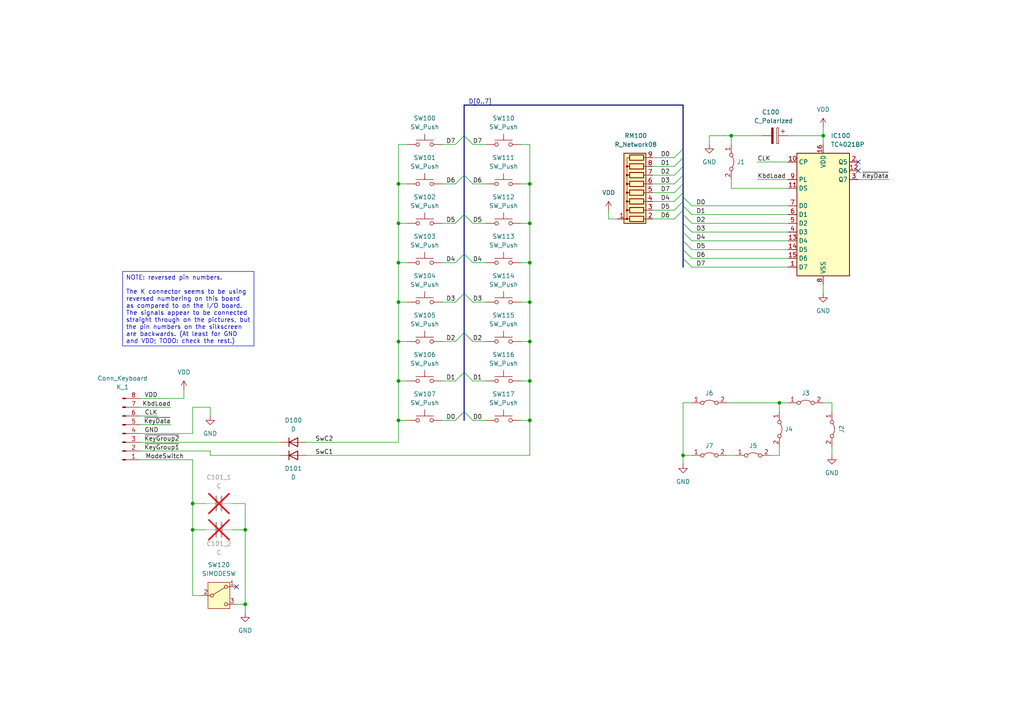
<source format=kicad_sch>
(kicad_sch (version 20231120) (generator "eeschema") (generator_version "8.0")
  (paper "A4")
  (lib_symbols
    (symbol "4xxx:4021"
      (property "Reference" "U" (at -5.08 19.05 0))
      (property "Value" "4021" (at 3.81 19.05 0))
      (symbol "4021_0_1"
        (rectangle (start -7.62 17.78) (end 7.62 -17.78) (stroke (width 0.254)) (fill (type background)))
      )
      (symbol "4021_1_1"
        (pin input line (at -10.16 -15.24 0) (length 2.54) (name "D7") (number "1"))
        (pin input line (at -10.16 15.24 0) (length 2.54) (name "CP") (number "10"))
        (pin input line (at -10.16 7.62 0) (length 2.54) (name "DS") (number "11"))
        (pin output line (at 10.16 12.7 180) (length 2.54) (name "Q6") (number "12"))
        (pin input line (at -10.16 -7.62 0) (length 2.54) (name "D4") (number "13"))
        (pin input line (at -10.16 -10.16 0) (length 2.54) (name "D5") (number "14"))
        (pin input line (at -10.16 -12.7 0) (length 2.54) (name "D6") (number "15"))
        (pin power_in line (at 0 20.32 270) (length 2.54) (name "VDD") (number "16"))
        (pin output line (at 10.16 15.24 180) (length 2.54) (name "Q5") (number "2"))
        (pin output line (at 10.16 10.16 180) (length 2.54) (name "Q7") (number "3"))
        (pin input line (at -10.16 -5.08 0) (length 2.54) (name "D3") (number "4"))
        (pin input line (at -10.16 -2.54 0) (length 2.54) (name "D2") (number "5"))
        (pin input line (at -10.16 0 0) (length 2.54) (name "D1") (number "6"))
        (pin input line (at -10.16 2.54 0) (length 2.54) (name "D0") (number "7"))
        (pin power_in line (at 0 -20.32 90) (length 2.54) (name "VSS") (number "8"))
        (pin input line (at -10.16 10.16 0) (length 2.54) (name "PL") (number "9"))
      )
    )
    (symbol "Device:C" (pin_numbers hide) (pin_names (offset 0.254))
      (property "Reference" "C" (at 0.635 2.54 0))
      (property "Value" "C" (at 0.635 -2.54 0))
      (symbol "C_0_1"
        (polyline (pts (xy -2.032 -0.762) (xy 2.032 -0.762)) (stroke (width 0.508)))
        (polyline (pts (xy -2.032 0.762) (xy 2.032 0.762)) (stroke (width 0.508)))
      )
      (symbol "C_1_1"
        (pin passive line (at 0 3.81 270) (length 2.794) (name "~") (number "1"))
        (pin passive line (at 0 -3.81 90) (length 2.794) (name "~") (number "2"))
      )
    )
    (symbol "Device:C_Polarized" (pin_numbers hide) (pin_names (offset 0.254))
      (property "Reference" "C" (at 0.635 2.54 0))
      (property "Value" "C_Polarized" (at 0.635 -2.54 0))
      (symbol "C_Polarized_0_1"
        (rectangle (start -2.286 0.508) (end 2.286 1.016))
        (polyline (pts (xy -1.778 2.286) (xy -0.762 2.286)))
        (polyline (pts (xy -1.27 2.794) (xy -1.27 1.778)))
        (rectangle (start 2.286 -0.508) (end -2.286 -1.016) (fill (type outline)))
      )
      (symbol "C_Polarized_1_1"
        (pin passive line (at 0 3.81 270) (length 2.794) (name "~") (number "1"))
        (pin passive line (at 0 -3.81 90) (length 2.794) (name "~") (number "2"))
      )
    )
    (symbol "Device:D" (pin_numbers hide) (pin_names (offset 1.016) hide)
      (property "Reference" "D" (at 0 2.54 0))
      (property "Value" "D" (at 0 -2.54 0))
      (symbol "D_0_1"
        (polyline (pts (xy -1.27 1.27) (xy -1.27 -1.27)) (stroke (width 0.254)))
        (polyline (pts (xy 1.27 0) (xy -1.27 0)))
        (polyline (pts (xy 1.27 1.27) (xy 1.27 -1.27) (xy -1.27 0) (xy 1.27 1.27)) (stroke (width 0.254)))
      )
      (symbol "D_1_1"
        (pin passive line (at -3.81 0 0) (length 2.54) (name "K") (number "1"))
        (pin passive line (at 3.81 0 180) (length 2.54) (name "A") (number "2"))
      )
    )
    (symbol "Device:R_Network08" (pin_names (offset 0) hide)
      (property "Reference" "RN" (at -12.7 0 90))
      (property "Value" "R_Network08" (at 10.16 0 90))
      (symbol "R_Network08_0_1"
        (rectangle (start -11.43 -3.175) (end 8.89 3.175) (stroke (width 0.254)) (fill (type background)))
        (rectangle (start -10.922 1.524) (end -9.398 -2.54) (stroke (width 0.254)))
        (circle (center -10.16 2.286) (radius 0.254) (fill (type outline)))
        (rectangle (start -8.382 1.524) (end -6.858 -2.54) (stroke (width 0.254)))
        (circle (center -7.62 2.286) (radius 0.254) (fill (type outline)))
        (rectangle (start -5.842 1.524) (end -4.318 -2.54) (stroke (width 0.254)))
        (circle (center -5.08 2.286) (radius 0.254) (fill (type outline)))
        (rectangle (start -3.302 1.524) (end -1.778 -2.54) (stroke (width 0.254)))
        (circle (center -2.54 2.286) (radius 0.254) (fill (type outline)))
        (rectangle (start -0.762 1.524) (end 0.762 -2.54) (stroke (width 0.254)))
        (polyline (pts (xy -10.16 -2.54) (xy -10.16 -3.81)))
        (polyline (pts (xy -7.62 -2.54) (xy -7.62 -3.81)))
        (polyline (pts (xy -5.08 -2.54) (xy -5.08 -3.81)))
        (polyline (pts (xy -2.54 -2.54) (xy -2.54 -3.81)))
        (polyline (pts (xy 0 -2.54) (xy 0 -3.81)))
        (polyline (pts (xy 2.54 -2.54) (xy 2.54 -3.81)))
        (polyline (pts (xy 5.08 -2.54) (xy 5.08 -3.81)))
        (polyline (pts (xy 7.62 -2.54) (xy 7.62 -3.81)))
        (polyline (pts (xy -10.16 1.524) (xy -10.16 2.286) (xy -7.62 2.286) (xy -7.62 1.524)))
        (polyline (pts (xy -7.62 1.524) (xy -7.62 2.286) (xy -5.08 2.286) (xy -5.08 1.524)))
        (polyline (pts (xy -5.08 1.524) (xy -5.08 2.286) (xy -2.54 2.286) (xy -2.54 1.524)))
        (polyline (pts (xy -2.54 1.524) (xy -2.54 2.286) (xy 0 2.286) (xy 0 1.524)))
        (polyline (pts (xy 0 1.524) (xy 0 2.286) (xy 2.54 2.286) (xy 2.54 1.524)))
        (polyline (pts (xy 2.54 1.524) (xy 2.54 2.286) (xy 5.08 2.286) (xy 5.08 1.524)))
        (polyline (pts (xy 5.08 1.524) (xy 5.08 2.286) (xy 7.62 2.286) (xy 7.62 1.524)))
        (circle (center 0 2.286) (radius 0.254) (fill (type outline)))
        (rectangle (start 1.778 1.524) (end 3.302 -2.54) (stroke (width 0.254)))
        (circle (center 2.54 2.286) (radius 0.254) (fill (type outline)))
        (rectangle (start 4.318 1.524) (end 5.842 -2.54) (stroke (width 0.254)))
        (circle (center 5.08 2.286) (radius 0.254) (fill (type outline)))
        (rectangle (start 6.858 1.524) (end 8.382 -2.54) (stroke (width 0.254)))
      )
      (symbol "R_Network08_1_1"
        (pin passive line (at -10.16 5.08 270) (length 2.54) (name "common") (number "1"))
        (pin passive line (at -10.16 -5.08 90) (length 1.27) (name "R1") (number "2"))
        (pin passive line (at -7.62 -5.08 90) (length 1.27) (name "R2") (number "3"))
        (pin passive line (at -5.08 -5.08 90) (length 1.27) (name "R3") (number "4"))
        (pin passive line (at -2.54 -5.08 90) (length 1.27) (name "R4") (number "5"))
        (pin passive line (at 0 -5.08 90) (length 1.27) (name "R5") (number "6"))
        (pin passive line (at 2.54 -5.08 90) (length 1.27) (name "R6") (number "7"))
        (pin passive line (at 5.08 -5.08 90) (length 1.27) (name "R7") (number "8"))
        (pin passive line (at 7.62 -5.08 90) (length 1.27) (name "R8") (number "9"))
      )
    )
    (symbol "Jumper:Jumper_2_Bridged" (pin_names (offset 0) hide)
      (property "Reference" "JP" (at 0 1.905 0))
      (property "Value" "Jumper_2_Bridged" (at 0 -2.54 0))
      (symbol "Jumper_2_Bridged_0_0"
        (circle (center -2.032 0) (radius 0.508))
        (circle (center 2.032 0) (radius 0.508))
      )
      (symbol "Jumper_2_Bridged_0_1"
        (arc (start 1.524 0.254) (mid 0 0.762) (end -1.524 0.254))
      )
      (symbol "Jumper_2_Bridged_1_1"
        (pin passive line (at -5.08 0 0) (length 2.54) (name "A") (number "1"))
        (pin passive line (at 5.08 0 180) (length 2.54) (name "B") (number "2"))
      )
    )
    (symbol "Switch:SW_Push" (pin_numbers hide) (pin_names (offset 1.016) hide)
      (property "Reference" "SW" (at 1.27 2.54 0))
      (property "Value" "SW_Push" (at 0 -1.524 0))
      (symbol "SW_Push_0_1"
        (circle (center -2.032 0) (radius 0.508))
        (polyline (pts (xy 0 1.27) (xy 0 3.048)))
        (polyline (pts (xy 2.54 1.27) (xy -2.54 1.27)))
        (circle (center 2.032 0) (radius 0.508))
        (pin passive line (at -5.08 0 0) (length 2.54) (name "1") (number "1"))
        (pin passive line (at 5.08 0 180) (length 2.54) (name "2") (number "2"))
      )
    )
    (symbol "Switch:SW_SPDT" (pin_names (offset 0) hide)
      (property "Reference" "SW" (at 0 5.08 0))
      (property "Value" "SW_SPDT" (at 0 -5.08 0))
      (symbol "SW_SPDT_0_1"
        (circle (center -2.032 0) (radius 0.4572))
        (polyline (pts (xy -1.651 0.254) (xy 1.651 2.286)))
        (circle (center 2.032 -2.54) (radius 0.4572))
        (circle (center 2.032 2.54) (radius 0.4572))
      )
      (symbol "SW_SPDT_1_1"
        (rectangle (start -3.175 3.81) (end 3.175 -3.81) (fill (type background)))
        (pin passive line (at 5.08 2.54 180) (length 2.54) (name "A") (number "1"))
        (pin passive line (at -5.08 0 0) (length 2.54) (name "B") (number "2"))
        (pin passive line (at 5.08 -2.54 180) (length 2.54) (name "C") (number "3"))
      )
    )
    (symbol "power:GND" (power) (pin_numbers hide) (pin_names (offset 0) hide)
      (property "Value" "GND" (at 0 -3.81 0))
      (symbol "GND_0_1"
        (polyline (pts (xy 0 0) (xy 0 -1.27) (xy 1.27 -1.27) (xy 0 -2.54) (xy -1.27 -1.27) (xy 0 -1.27)))
      )
      (symbol "GND_1_1"
        (pin power_in line (at 0 0 270) (length 0) (name "~") (number "1"))
      )
    )
    (symbol "power:VDD" (power) (pin_numbers hide) (pin_names (offset 0) hide)
      (property "Value" "VDD" (at 0 3.556 0))
      (symbol "VDD_0_1"
        (polyline (pts (xy -0.762 1.27) (xy 0 2.54)))
        (polyline (pts (xy 0 0) (xy 0 2.54)))
        (polyline (pts (xy 0 2.54) (xy 0.762 1.27)))
      )
      (symbol "VDD_1_1"
        (pin power_in line (at 0 0 90) (length 0) (name "~") (number "1"))
      )
    )
    (symbol "project-lib:Conn_Keyboard" (pin_names (offset 1.016) hide)
      (property "Reference" "K_1" (at 0 -13.462 0))
      (property "Value" "Conn_Keyboard" (at 0 -16.002 0))
      (symbol "Conn_Keyboard_1_1"
        (polyline (pts (xy 1.27 -10.16) (xy 0.8636 -10.16)) (stroke (width 0.1524)))
        (polyline (pts (xy 1.27 -7.62) (xy 0.8636 -7.62)) (stroke (width 0.1524)))
        (polyline (pts (xy 1.27 -5.08) (xy 0.8636 -5.08)) (stroke (width 0.1524)))
        (polyline (pts (xy 1.27 -2.54) (xy 0.8636 -2.54)) (stroke (width 0.1524)))
        (polyline (pts (xy 1.27 0) (xy 0.8636 0)) (stroke (width 0.1524)))
        (polyline (pts (xy 1.27 2.54) (xy 0.8636 2.54)) (stroke (width 0.1524)))
        (polyline (pts (xy 1.27 5.08) (xy 0.8636 5.08)) (stroke (width 0.1524)))
        (polyline (pts (xy 1.27 7.62) (xy 0.8636 7.62)) (stroke (width 0.1524)))
        (rectangle (start 0.8636 -10.033) (end 0 -10.287) (stroke (width 0.1524)) (fill (type outline)))
        (rectangle (start 0.8636 -7.493) (end 0 -7.747) (stroke (width 0.1524)) (fill (type outline)))
        (rectangle (start 0.8636 -4.953) (end 0 -5.207) (stroke (width 0.1524)) (fill (type outline)))
        (rectangle (start 0.8636 -2.413) (end 0 -2.667) (stroke (width 0.1524)) (fill (type outline)))
        (rectangle (start 0.8636 0.127) (end 0 -0.127) (stroke (width 0.1524)) (fill (type outline)))
        (rectangle (start 0.8636 2.667) (end 0 2.413) (stroke (width 0.1524)) (fill (type outline)))
        (rectangle (start 0.8636 5.207) (end 0 4.953) (stroke (width 0.1524)) (fill (type outline)))
        (rectangle (start 0.8636 7.747) (end 0 7.493) (stroke (width 0.1524)) (fill (type outline)))
        (pin open_collector line (at 5.08 7.62 180) (length 3.81) (name "ModeSwitch") (number "1"))
        (pin output line (at 5.08 5.08 180) (length 3.81) (name "~{KeyGroup1}") (number "2"))
        (pin output line (at 5.08 2.54 180) (length 3.81) (name "~{KeyGroup2}") (number "3"))
        (pin power_out line (at 5.08 0 180) (length 3.81) (name "GND") (number "4"))
        (pin input line (at 5.08 -2.54 180) (length 3.81) (name "~{KeyData}") (number "5"))
        (pin output line (at 5.08 -5.08 180) (length 3.81) (name "CLK") (number "6"))
        (pin output line (at 5.08 -7.62 180) (length 3.81) (name "KbdLoad") (number "7"))
        (pin power_out line (at 5.08 -10.16 180) (length 3.81) (name "VDD") (number "8"))
      )
    )
  )
  (junction (at 198.12 132.08))
  (junction (at 153.67 76.2))
  (junction (at 115.57 64.77))
  (junction (at 55.88 146.05))
  (junction (at 115.57 121.92))
  (junction (at 115.57 99.06))
  (junction (at 115.57 76.2))
  (junction (at 153.67 110.49))
  (junction (at 115.57 110.49))
  (junction (at 71.12 175.26))
  (junction (at 226.06 116.84))
  (junction (at 71.12 153.67))
  (junction (at 115.57 53.34))
  (junction (at 153.67 53.34))
  (junction (at 238.76 39.37))
  (junction (at 212.09 39.37))
  (junction (at 153.67 121.92))
  (junction (at 115.57 87.63))
  (junction (at 153.67 64.77))
  (junction (at 55.88 153.67))
  (junction (at 153.67 87.63))
  (junction (at 153.67 99.06))
  (no_connect (at 68.58 170.18))
  (no_connect (at 248.92 49.53))
  (no_connect (at 248.92 46.99))
  (bus_entry (at 137.16 87.63) (size -2.54 -2.54))
  (bus_entry (at 137.16 53.34) (size -2.54 -2.54))
  (bus_entry (at 137.16 41.91) (size -2.54 -2.54))
  (bus_entry (at 198.12 53.34) (size -2.54 2.54))
  (bus_entry (at 198.12 45.72) (size -2.54 2.54))
  (bus_entry (at 198.12 43.18) (size -2.54 2.54))
  (bus_entry (at 134.62 119.38) (size 2.54 2.54))
  (bus_entry (at 198.12 50.8) (size -2.54 2.54))
  (bus_entry (at 198.12 48.26) (size -2.54 2.54))
  (bus_entry (at 137.16 76.2) (size -2.54 -2.54))
  (bus_entry (at 198.12 64.77) (size 2.54 2.54))
  (bus_entry (at 198.12 69.85) (size 2.54 2.54))
  (bus_entry (at 198.12 67.31) (size 2.54 2.54))
  (bus_entry (at 132.08 41.91) (size 2.54 -2.54))
  (bus_entry (at 137.16 99.06) (size -2.54 -2.54))
  (bus_entry (at 132.08 76.2) (size 2.54 -2.54))
  (bus_entry (at 198.12 55.88) (size -2.54 2.54))
  (bus_entry (at 132.08 87.63) (size 2.54 -2.54))
  (bus_entry (at 132.08 99.06) (size 2.54 -2.54))
  (bus_entry (at 132.08 110.49) (size 2.54 -2.54))
  (bus_entry (at 198.12 58.42) (size -2.54 2.54))
  (bus_entry (at 198.12 62.23) (size 2.54 2.54))
  (bus_entry (at 132.08 53.34) (size 2.54 -2.54))
  (bus_entry (at 134.62 107.95) (size 2.54 2.54))
  (bus_entry (at 198.12 74.93) (size 2.54 2.54))
  (bus_entry (at 198.12 57.15) (size 2.54 2.54))
  (bus_entry (at 132.08 121.92) (size 2.54 -2.54))
  (bus_entry (at 132.08 64.77) (size 2.54 -2.54))
  (bus_entry (at 198.12 60.96) (size -2.54 2.54))
  (bus_entry (at 198.12 72.39) (size 2.54 2.54))
  (bus_entry (at 137.16 64.77) (size -2.54 -2.54))
  (bus_entry (at 198.12 59.69) (size 2.54 2.54))
  (wire (pts (xy 153.67 53.34) (xy 153.67 64.77)))
  (wire (pts (xy 205.74 39.37) (xy 212.09 39.37)))
  (bus (pts (xy 198.12 59.69) (xy 198.12 60.96)))
  (wire (pts (xy 153.67 121.92) (xy 151.13 121.92)))
  (wire (pts (xy 210.82 132.08) (xy 213.36 132.08)))
  (wire (pts (xy 189.23 58.42) (xy 195.58 58.42)))
  (wire (pts (xy 128.27 53.34) (xy 132.08 53.34)))
  (bus (pts (xy 198.12 72.39) (xy 198.12 74.93)))
  (wire (pts (xy 137.16 87.63) (xy 140.97 87.63)))
  (wire (pts (xy 153.67 87.63) (xy 153.67 99.06)))
  (wire (pts (xy 205.74 41.91) (xy 205.74 39.37)))
  (wire (pts (xy 151.13 64.77) (xy 153.67 64.77)))
  (wire (pts (xy 151.13 76.2) (xy 153.67 76.2)))
  (wire (pts (xy 115.57 53.34) (xy 118.11 53.34)))
  (wire (pts (xy 67.31 146.05) (xy 71.12 146.05)))
  (wire (pts (xy 71.12 146.05) (xy 71.12 153.67)))
  (bus (pts (xy 134.62 30.48) (xy 198.12 30.48)))
  (bus (pts (xy 134.62 62.23) (xy 134.62 50.8)))
  (wire (pts (xy 189.23 55.88) (xy 195.58 55.88)))
  (wire (pts (xy 115.57 87.63) (xy 115.57 99.06)))
  (bus (pts (xy 198.12 60.96) (xy 198.12 62.23)))
  (wire (pts (xy 40.64 115.57) (xy 53.34 115.57)))
  (wire (pts (xy 115.57 64.77) (xy 115.57 76.2)))
  (wire (pts (xy 238.76 82.55) (xy 238.76 85.09)))
  (wire (pts (xy 200.66 62.23) (xy 228.6 62.23)))
  (wire (pts (xy 55.88 146.05) (xy 59.69 146.05)))
  (wire (pts (xy 118.11 87.63) (xy 115.57 87.63)))
  (wire (pts (xy 219.71 52.07) (xy 228.6 52.07)))
  (wire (pts (xy 40.64 123.19) (xy 49.53 123.19)))
  (wire (pts (xy 115.57 99.06) (xy 115.57 110.49)))
  (wire (pts (xy 137.16 53.34) (xy 140.97 53.34)))
  (bus (pts (xy 134.62 121.92) (xy 134.62 119.38)))
  (wire (pts (xy 128.27 64.77) (xy 132.08 64.77)))
  (wire (pts (xy 153.67 110.49) (xy 153.67 121.92)))
  (wire (pts (xy 40.64 125.73) (xy 55.88 125.73)))
  (bus (pts (xy 198.12 50.8) (xy 198.12 53.34)))
  (wire (pts (xy 151.13 110.49) (xy 153.67 110.49)))
  (wire (pts (xy 198.12 116.84) (xy 198.12 132.08)))
  (wire (pts (xy 128.27 76.2) (xy 132.08 76.2)))
  (wire (pts (xy 40.64 133.35) (xy 55.88 133.35)))
  (bus (pts (xy 134.62 73.66) (xy 134.62 62.23)))
  (wire (pts (xy 55.88 153.67) (xy 55.88 172.72)))
  (wire (pts (xy 238.76 36.83) (xy 238.76 39.37)))
  (wire (pts (xy 55.88 133.35) (xy 55.88 146.05)))
  (wire (pts (xy 241.3 132.08) (xy 241.3 129.54)))
  (wire (pts (xy 115.57 53.34) (xy 115.57 64.77)))
  (wire (pts (xy 115.57 110.49) (xy 115.57 121.92)))
  (wire (pts (xy 200.66 72.39) (xy 228.6 72.39)))
  (wire (pts (xy 151.13 53.34) (xy 153.67 53.34)))
  (wire (pts (xy 226.06 116.84) (xy 228.6 116.84)))
  (wire (pts (xy 115.57 99.06) (xy 118.11 99.06)))
  (bus (pts (xy 198.12 67.31) (xy 198.12 69.85)))
  (bus (pts (xy 198.12 62.23) (xy 198.12 64.77)))
  (wire (pts (xy 128.27 87.63) (xy 132.08 87.63)))
  (wire (pts (xy 241.3 116.84) (xy 241.3 119.38)))
  (wire (pts (xy 88.9 132.08) (xy 153.67 132.08)))
  (bus (pts (xy 134.62 50.8) (xy 134.62 39.37)))
  (wire (pts (xy 55.88 172.72) (xy 58.42 172.72)))
  (wire (pts (xy 115.57 121.92) (xy 118.11 121.92)))
  (wire (pts (xy 151.13 87.63) (xy 153.67 87.63)))
  (wire (pts (xy 153.67 121.92) (xy 153.67 132.08)))
  (wire (pts (xy 128.27 110.49) (xy 132.08 110.49)))
  (bus (pts (xy 198.12 30.48) (xy 198.12 43.18)))
  (wire (pts (xy 189.23 48.26) (xy 195.58 48.26)))
  (wire (pts (xy 238.76 116.84) (xy 241.3 116.84)))
  (wire (pts (xy 67.31 153.67) (xy 71.12 153.67)))
  (wire (pts (xy 226.06 116.84) (xy 226.06 119.38)))
  (wire (pts (xy 200.66 69.85) (xy 228.6 69.85)))
  (wire (pts (xy 128.27 41.91) (xy 132.08 41.91)))
  (wire (pts (xy 128.27 99.06) (xy 132.08 99.06)))
  (wire (pts (xy 212.09 39.37) (xy 220.98 39.37)))
  (wire (pts (xy 200.66 74.93) (xy 228.6 74.93)))
  (wire (pts (xy 55.88 146.05) (xy 55.88 153.67)))
  (wire (pts (xy 115.57 110.49) (xy 118.11 110.49)))
  (wire (pts (xy 55.88 118.11) (xy 55.88 125.73)))
  (wire (pts (xy 115.57 76.2) (xy 118.11 76.2)))
  (bus (pts (xy 134.62 107.95) (xy 134.62 96.52)))
  (wire (pts (xy 115.57 64.77) (xy 118.11 64.77)))
  (wire (pts (xy 189.23 45.72) (xy 195.58 45.72)))
  (wire (pts (xy 55.88 153.67) (xy 59.69 153.67)))
  (wire (pts (xy 151.13 99.06) (xy 153.67 99.06)))
  (wire (pts (xy 153.67 99.06) (xy 153.67 110.49)))
  (wire (pts (xy 200.66 64.77) (xy 228.6 64.77)))
  (wire (pts (xy 71.12 153.67) (xy 71.12 175.26)))
  (wire (pts (xy 219.71 46.99) (xy 228.6 46.99)))
  (wire (pts (xy 189.23 50.8) (xy 195.58 50.8)))
  (bus (pts (xy 198.12 57.15) (xy 198.12 58.42)))
  (wire (pts (xy 53.34 113.03) (xy 53.34 115.57)))
  (bus (pts (xy 198.12 43.18) (xy 198.12 45.72)))
  (bus (pts (xy 198.12 55.88) (xy 198.12 57.15)))
  (wire (pts (xy 176.53 63.5) (xy 176.53 60.96)))
  (wire (pts (xy 153.67 76.2) (xy 153.67 87.63)))
  (bus (pts (xy 134.62 96.52) (xy 134.62 85.09)))
  (bus (pts (xy 134.62 39.37) (xy 134.62 30.48)))
  (wire (pts (xy 212.09 52.07) (xy 212.09 54.61)))
  (wire (pts (xy 40.64 128.27) (xy 81.28 128.27)))
  (bus (pts (xy 134.62 85.09) (xy 134.62 73.66)))
  (wire (pts (xy 88.9 128.27) (xy 115.57 128.27)))
  (wire (pts (xy 248.92 52.07) (xy 257.81 52.07)))
  (wire (pts (xy 115.57 121.92) (xy 115.57 128.27)))
  (bus (pts (xy 198.12 53.34) (xy 198.12 55.88)))
  (wire (pts (xy 60.96 130.81) (xy 60.96 132.08)))
  (wire (pts (xy 60.96 118.11) (xy 60.96 120.65)))
  (bus (pts (xy 198.12 74.93) (xy 198.12 77.47)))
  (wire (pts (xy 40.64 130.81) (xy 60.96 130.81)))
  (wire (pts (xy 137.16 41.91) (xy 140.97 41.91)))
  (bus (pts (xy 198.12 58.42) (xy 198.12 59.69)))
  (wire (pts (xy 179.07 63.5) (xy 176.53 63.5)))
  (wire (pts (xy 115.57 41.91) (xy 115.57 53.34)))
  (wire (pts (xy 137.16 64.77) (xy 140.97 64.77)))
  (wire (pts (xy 151.13 41.91) (xy 153.67 41.91)))
  (wire (pts (xy 128.27 121.92) (xy 132.08 121.92)))
  (wire (pts (xy 212.09 54.61) (xy 228.6 54.61)))
  (bus (pts (xy 198.12 48.26) (xy 198.12 50.8)))
  (wire (pts (xy 153.67 64.77) (xy 153.67 76.2)))
  (bus (pts (xy 198.12 64.77) (xy 198.12 67.31)))
  (wire (pts (xy 189.23 53.34) (xy 195.58 53.34)))
  (wire (pts (xy 200.66 77.47) (xy 228.6 77.47)))
  (wire (pts (xy 137.16 110.49) (xy 140.97 110.49)))
  (wire (pts (xy 189.23 63.5) (xy 195.58 63.5)))
  (wire (pts (xy 226.06 132.08) (xy 223.52 132.08)))
  (wire (pts (xy 200.66 116.84) (xy 198.12 116.84)))
  (bus (pts (xy 198.12 45.72) (xy 198.12 48.26)))
  (wire (pts (xy 198.12 132.08) (xy 198.12 134.62)))
  (bus (pts (xy 198.12 69.85) (xy 198.12 72.39)))
  (wire (pts (xy 238.76 39.37) (xy 238.76 41.91)))
  (wire (pts (xy 118.11 41.91) (xy 115.57 41.91)))
  (wire (pts (xy 71.12 175.26) (xy 68.58 175.26)))
  (wire (pts (xy 40.64 120.65) (xy 45.72 120.65)))
  (wire (pts (xy 137.16 76.2) (xy 140.97 76.2)))
  (wire (pts (xy 137.16 99.06) (xy 140.97 99.06)))
  (wire (pts (xy 226.06 129.54) (xy 226.06 132.08)))
  (wire (pts (xy 189.23 60.96) (xy 195.58 60.96)))
  (wire (pts (xy 40.64 118.11) (xy 49.53 118.11)))
  (wire (pts (xy 71.12 175.26) (xy 71.12 177.8)))
  (wire (pts (xy 212.09 39.37) (xy 212.09 41.91)))
  (wire (pts (xy 153.67 41.91) (xy 153.67 53.34)))
  (wire (pts (xy 60.96 118.11) (xy 55.88 118.11)))
  (wire (pts (xy 200.66 67.31) (xy 228.6 67.31)))
  (wire (pts (xy 198.12 132.08) (xy 200.66 132.08)))
  (wire (pts (xy 210.82 116.84) (xy 226.06 116.84)))
  (wire (pts (xy 200.66 59.69) (xy 228.6 59.69)))
  (wire (pts (xy 228.6 39.37) (xy 238.76 39.37)))
  (bus (pts (xy 134.62 119.38) (xy 134.62 107.95)))
  (wire (pts (xy 137.16 121.92) (xy 140.97 121.92)))
  (wire (pts (xy 115.57 76.2) (xy 115.57 87.63)))
  (wire (pts (xy 60.96 132.08) (xy 81.28 132.08)))
  (text_box "NOTE: reversed pin numbers.\n\nThe K connector seems to be using reversed numbering on this board as compared to on the I/O board.\nThe signals appear to be connected straight through on the pictures, but the pin numbers on the silkscreen are backwards. (At least for GND and VDD; TODO: check the rest.)" (at 35.56 78.74 0) (size 38.1 21.59) (effects (font (size 1.27 1.27)) (justify left top)))
  (label "CLK" (at 45.72 120.65 180))
  (label "D0" (at 194.31 45.72 180))
  (label "SwC1" (at 91.44 132.08 0))
  (label "D6" (at 137.16 53.34 0))
  (label "D2" (at 137.16 99.06 0))
  (label "KbdLoad" (at 49.53 118.11 180))
  (label "ModeSwitch" (at 53.34 133.35 180))
  (label "CLK" (at 219.71 46.99 0))
  (label "D5" (at 194.31 60.96 180))
  (label "D1" (at 137.16 110.49 0))
  (label "D4" (at 132.08 76.2 180))
  (label "KbdLoad" (at 219.71 52.07 0))
  (label "D4" (at 194.31 58.42 180))
  (label "D6" (at 194.31 63.5 180))
  (label "D4" (at 201.93 69.85 0))
  (label "D3" (at 132.08 87.63 180))
  (label "~{KeyGroup1}" (at 52.07 130.81 180))
  (label "D6" (at 132.08 53.34 180))
  (label "D0" (at 201.93 59.69 0))
  (label "D6" (at 201.93 74.93 0))
  (label "~{KeyData}" (at 257.81 52.07 180))
  (label "VDD" (at 45.72 115.57 180))
  (label "~{KeyGroup2}" (at 52.07 128.27 180))
  (label "~{KeyData}" (at 49.53 123.19 180))
  (label "D2" (at 132.08 99.06 180))
  (label "D3" (at 194.31 53.34 180))
  (label "D3" (at 137.16 87.63 0))
  (label "D3" (at 201.93 67.31 0))
  (label "D4" (at 137.16 76.2 0))
  (label "D5" (at 132.08 64.77 180))
  (label "D5" (at 137.16 64.77 0))
  (label "D7" (at 137.16 41.91 0))
  (label "D[0..7]" (at 135.89 30.48 0))
  (label "D7" (at 194.31 55.88 180))
  (label "D7" (at 132.08 41.91 180))
  (label "D0" (at 132.08 121.92 180))
  (label "D2" (at 201.93 64.77 0))
  (label "GND" (at 41.91 125.73 0))
  (label "D7" (at 201.93 77.47 0))
  (label "D0" (at 137.16 121.92 0))
  (label "D1" (at 132.08 110.49 180))
  (label "D2" (at 194.31 50.8 180))
  (label "D1" (at 201.93 62.23 0))
  (label "D5" (at 201.93 72.39 0))
  (label "D1" (at 194.31 48.26 180))
  (label "SwC2" (at 91.44 128.27 0))
  (symbol (lib_id "power:GND") (at 198.12 134.62 0) (unit 1)
    (property "Reference" "#PWR05" (effects (hide yes)))
    (property "Value" "GND" (at 198.12 139.7 0))
    (property "Description" "Power symbol creates a global label with name \"GND\" , ground" (effects (hide yes)))
  )
  (symbol (lib_id "Switch:SW_Push") (at 146.05 76.2 0) (unit 1)
    (property "Reference" "SW113" (at 146.05 68.58 0))
    (property "Value" "SW_Push" (at 146.05 71.12 0))
    (property "Description" "Push button switch, generic, two pins" (effects (hide yes)))
  )
  (symbol (lib_id "Device:D") (at 85.09 132.08 0) (unit 1)
    (property "Reference" "D101" (at 85.09 135.89 0))
    (property "Value" "D" (at 85.09 138.43 0))
    (property "Description" "Diode" (effects (hide yes)))
    (property "Sim.Device" "D" (effects (hide yes)))
    (property "Sim.Pins" "1=K 2=A" (effects (hide yes)))
  )
  (symbol (lib_id "power:GND") (at 241.3 132.08 0) (unit 1)
    (property "Reference" "#PWR09" (effects (hide yes)))
    (property "Value" "GND" (at 241.3 137.16 0))
    (property "Description" "Power symbol creates a global label with name \"GND\" , ground" (effects (hide yes)))
  )
  (symbol (lib_id "power:GND") (at 205.74 41.91 0) (unit 1)
    (property "Reference" "#PWR06" (effects (hide yes)))
    (property "Value" "GND" (at 205.74 46.99 0))
    (property "Description" "Power symbol creates a global label with name \"GND\" , ground" (effects (hide yes)))
  )
  (symbol (lib_id "Switch:SW_SPDT") (at 63.5 172.72 0) (unit 1)
    (property "Reference" "SW120" (at 63.5 163.83 0))
    (property "Value" "SIMODESW" (at 63.5 166.37 0))
    (property "Description" "Switch, single pole double throw" (effects (hide yes)))
  )
  (symbol (lib_id "4xxx:4021") (at 238.76 62.23 0) (unit 1)
    (property "Reference" "IC100" (at 240.9541 39.37 0) (effects (justify left)))
    (property "Value" "TC4021BP" (at 240.9541 41.91 0) (effects (justify left)))
    (property "Datasheet" "https://assets.nexperia.com/documents/data-sheet/HEF4021B.pdf" (effects (hide yes)))
    (property "Description" "8-bit static shift register" (effects (hide yes)))
  )
  (symbol (lib_id "project-lib:Conn_Keyboard") (at 35.56 125.73 0) (mirror x) (unit 1)
    (property "Reference" "K_1" (at 35.56 112.268 0))
    (property "Value" "Conn_Keyboard" (at 35.56 109.728 0))
    (property "Description" "Generic connector, single row, 01x08, script generated" (effects (hide yes)))
  )
  (symbol (lib_id "power:VDD") (at 53.34 113.03 0) (unit 1)
    (property "Reference" "#PWR01" (effects (hide yes)))
    (property "Value" "VDD" (at 53.34 107.95 0))
    (property "Description" "Power symbol creates a global label with name \"VDD\"" (effects (hide yes)))
  )
  (symbol (lib_id "Jumper:Jumper_2_Bridged") (at 241.3 124.46 270) (unit 1)
    (property "Reference" "J2" (at 244.094 124.46 0))
    (property "Value" "Jumper_2_Bridged" (effects (hide yes)))
    (property "Description" "Jumper, 2-pole, closed/bridged" (effects (hide yes)))
  )
  (symbol (lib_id "power:GND") (at 238.76 85.09 0) (unit 1)
    (property "Reference" "#PWR08" (effects (hide yes)))
    (property "Value" "GND" (at 238.76 90.17 0))
    (property "Description" "Power symbol creates a global label with name \"GND\" , ground" (effects (hide yes)))
  )
  (symbol (lib_id "Switch:SW_Push") (at 123.19 99.06 0) (unit 1)
    (property "Reference" "SW105" (at 123.19 91.44 0))
    (property "Value" "SW_Push" (at 123.19 93.98 0))
    (property "Description" "Push button switch, generic, two pins" (effects (hide yes)))
  )
  (symbol (lib_id "Switch:SW_Push") (at 123.19 64.77 0) (unit 1)
    (property "Reference" "SW102" (at 123.19 57.15 0))
    (property "Value" "SW_Push" (at 123.19 59.69 0))
    (property "Description" "Push button switch, generic, two pins" (effects (hide yes)))
  )
  (symbol (lib_id "Switch:SW_Push") (at 123.19 110.49 0) (unit 1)
    (property "Reference" "SW106" (at 123.19 102.87 0))
    (property "Value" "SW_Push" (at 123.19 105.41 0))
    (property "Description" "Push button switch, generic, two pins" (effects (hide yes)))
  )
  (symbol (lib_id "Device:R_Network08") (at 184.15 53.34 90) (unit 1)
    (property "Reference" "RM100" (at 184.404 39.37 90))
    (property "Value" "R_Network08" (at 184.404 41.91 90))
    (property "Footprint" "Resistor_THT:R_Array_SIP9" (effects (hide yes)))
    (property "Datasheet" "http://www.vishay.com/docs/31509/csc.pdf" (effects (hide yes)))
    (property "Description" "8 resistor network, star topology, bussed resistors, small symbol" (effects (hide yes)))
  )
  (symbol (lib_id "Jumper:Jumper_2_Bridged") (at 205.74 116.84 0) (unit 1)
    (property "Reference" "J6" (at 205.74 114.046 0))
    (property "Value" "Jumper_2_Bridged" (effects (hide yes)))
    (property "Description" "Jumper, 2-pole, closed/bridged" (effects (hide yes)))
  )
  (symbol (lib_id "Switch:SW_Push") (at 146.05 121.92 0) (unit 1)
    (property "Reference" "SW117" (at 146.05 114.3 0))
    (property "Value" "SW_Push" (at 146.05 116.84 0))
    (property "Description" "Push button switch, generic, two pins" (effects (hide yes)))
  )
  (symbol (lib_id "power:VDD") (at 176.53 60.96 0) (unit 1)
    (property "Reference" "#PWR04" (effects (hide yes)))
    (property "Value" "VDD" (at 176.53 55.88 0))
    (property "Description" "Power symbol creates a global label with name \"VDD\"" (effects (hide yes)))
  )
  (symbol (lib_id "Jumper:Jumper_2_Bridged") (at 233.68 116.84 0) (unit 1)
    (property "Reference" "J3" (at 233.68 114.046 0))
    (property "Value" "Jumper_2_Bridged" (effects (hide yes)))
    (property "Description" "Jumper, 2-pole, closed/bridged" (effects (hide yes)))
  )
  (symbol (lib_id "power:GND") (at 60.96 120.65 0) (unit 1)
    (property "Reference" "#PWR02" (effects (hide yes)))
    (property "Value" "GND" (at 60.96 125.73 0))
    (property "Description" "Power symbol creates a global label with name \"GND\" , ground" (effects (hide yes)))
  )
  (symbol (lib_id "Switch:SW_Push") (at 146.05 110.49 0) (unit 1)
    (property "Reference" "SW116" (at 146.05 102.87 0))
    (property "Value" "SW_Push" (at 146.05 105.41 0))
    (property "Description" "Push button switch, generic, two pins" (effects (hide yes)))
  )
  (symbol (lib_id "Device:D") (at 85.09 128.27 0) (unit 1)
    (property "Reference" "D100" (at 85.09 121.92 0))
    (property "Value" "D" (at 85.09 124.46 0))
    (property "Description" "Diode" (effects (hide yes)))
    (property "Sim.Device" "D" (effects (hide yes)))
    (property "Sim.Pins" "1=K 2=A" (effects (hide yes)))
  )
  (symbol (lib_id "Jumper:Jumper_2_Bridged") (at 226.06 124.46 270) (unit 1)
    (property "Reference" "J4" (at 227.584 124.46 90) (effects (justify left)))
    (property "Value" "Jumper_2_Bridged" (effects (hide yes)))
    (property "Description" "Jumper, 2-pole, closed/bridged" (effects (hide yes)))
  )
  (symbol (lib_id "Switch:SW_Push") (at 146.05 53.34 0) (unit 1)
    (property "Reference" "SW111" (at 146.05 45.72 0))
    (property "Value" "SW_Push" (at 146.05 48.26 0))
    (property "Description" "Push button switch, generic, two pins" (effects (hide yes)))
  )
  (symbol (lib_id "Jumper:Jumper_2_Bridged") (at 212.09 46.99 270) (unit 1)
    (property "Reference" "J1" (at 214.884 46.99 90))
    (property "Value" "Jumper_2_Bridged" (effects (hide yes)))
    (property "Description" "Jumper, 2-pole, closed/bridged" (effects (hide yes)))
  )
  (symbol (lib_id "Switch:SW_Push") (at 123.19 87.63 0) (unit 1)
    (property "Reference" "SW104" (at 123.19 80.01 0))
    (property "Value" "SW_Push" (at 123.19 82.55 0))
    (property "Description" "Push button switch, generic, two pins" (effects (hide yes)))
  )
  (symbol (lib_id "Device:C_Polarized") (at 224.79 39.37 270) (unit 1)
    (property "Reference" "C100" (at 220.98 32.512 90) (effects (justify left)))
    (property "Value" "C_Polarized" (at 218.694 35.052 90) (effects (justify left)))
    (property "Description" "Polarized capacitor" (effects (hide yes)))
  )
  (symbol (lib_id "Jumper:Jumper_2_Bridged") (at 205.74 132.08 0) (unit 1)
    (property "Reference" "J7" (at 205.74 129.286 0))
    (property "Value" "Jumper_2_Bridged" (effects (hide yes)))
    (property "Description" "Jumper, 2-pole, closed/bridged" (effects (hide yes)))
  )
  (symbol (lib_id "power:VDD") (at 238.76 36.83 0) (unit 1)
    (property "Reference" "#PWR07" (effects (hide yes)))
    (property "Value" "VDD" (at 238.76 31.75 0))
    (property "Description" "Power symbol creates a global label with name \"VDD\"" (effects (hide yes)))
  )
  (symbol (lib_id "Switch:SW_Push") (at 123.19 76.2 0) (unit 1)
    (property "Reference" "SW103" (at 123.19 68.58 0))
    (property "Value" "SW_Push" (at 123.19 71.12 0))
    (property "Description" "Push button switch, generic, two pins" (effects (hide yes)))
  )
  (symbol (lib_id "Switch:SW_Push") (at 123.19 53.34 0) (unit 1)
    (property "Reference" "SW101" (at 123.19 45.72 0))
    (property "Value" "SW_Push" (at 123.19 48.26 0))
    (property "Description" "Push button switch, generic, two pins" (effects (hide yes)))
  )
  (symbol (lib_id "Switch:SW_Push") (at 146.05 87.63 0) (unit 1)
    (property "Reference" "SW114" (at 146.05 80.01 0))
    (property "Value" "SW_Push" (at 146.05 82.55 0))
    (property "Description" "Push button switch, generic, two pins" (effects (hide yes)))
  )
  (symbol (lib_id "Switch:SW_Push") (at 146.05 41.91 0) (unit 1)
    (property "Reference" "SW110" (at 146.05 34.29 0))
    (property "Value" "SW_Push" (at 146.05 36.83 0))
    (property "Description" "Push button switch, generic, two pins" (effects (hide yes)))
  )
  (symbol (lib_id "Jumper:Jumper_2_Bridged") (at 218.44 132.08 0) (unit 1)
    (property "Reference" "J5" (at 218.44 129.286 0))
    (property "Value" "Jumper_2_Bridged" (effects (hide yes)))
    (property "Description" "Jumper, 2-pole, closed/bridged" (effects (hide yes)))
  )
  (symbol (lib_id "Device:C") (at 63.5 146.05 270) (unit 1) (dnp yes)
    (property "Reference" "C101_1" (at 63.5 138.43 90))
    (property "Value" "C" (at 63.5 140.97 90))
    (property "Description" "Unpolarized capacitor" (effects (hide yes)))
    (property "Note" "Called \"C101\" on the original board, but in two locations, so the Ref here adds a suffix to disambiguate." (effects (hide yes)))
  )
  (symbol (lib_id "Switch:SW_Push") (at 146.05 64.77 0) (unit 1)
    (property "Reference" "SW112" (at 146.05 57.15 0))
    (property "Value" "SW_Push" (at 146.05 59.69 0))
    (property "Description" "Push button switch, generic, two pins" (effects (hide yes)))
  )
  (symbol (lib_id "Switch:SW_Push") (at 123.19 121.92 0) (unit 1)
    (property "Reference" "SW107" (at 123.19 114.3 0))
    (property "Value" "SW_Push" (at 123.19 116.84 0))
    (property "Description" "Push button switch, generic, two pins" (effects (hide yes)))
  )
  (symbol (lib_id "Device:C") (at 63.5 153.67 270) (unit 1) (dnp yes)
    (property "Reference" "C101_2" (at 63.5 157.734 90))
    (property "Value" "C" (at 63.5 160.274 90))
    (property "Description" "Unpolarized capacitor" (effects (hide yes)))
    (property "Note" "Called \"C101\" on the original board, but in two locations, so the Ref here adds a suffix to disambiguate." (effects (hide yes)))
  )
  (symbol (lib_id "power:GND") (at 71.12 177.8 0) (unit 1)
    (property "Reference" "#PWR03" (effects (hide yes)))
    (property "Value" "GND" (at 71.12 182.88 0))
    (property "Description" "Power symbol creates a global label with name \"GND\" , ground" (effects (hide yes)))
  )
  (symbol (lib_id "Switch:SW_Push") (at 123.19 41.91 0) (unit 1)
    (property "Reference" "SW100" (at 123.19 34.29 0))
    (property "Value" "SW_Push" (at 123.19 36.83 0))
    (property "Description" "Push button switch, generic, two pins" (effects (hide yes)))
  )
  (symbol (lib_id "Switch:SW_Push") (at 146.05 99.06 0) (unit 1)
    (property "Reference" "SW115" (at 146.05 91.44 0))
    (property "Value" "SW_Push" (at 146.05 93.98 0))
    (property "Description" "Push button switch, generic, two pins" (effects (hide yes)))
  )
)
</source>
